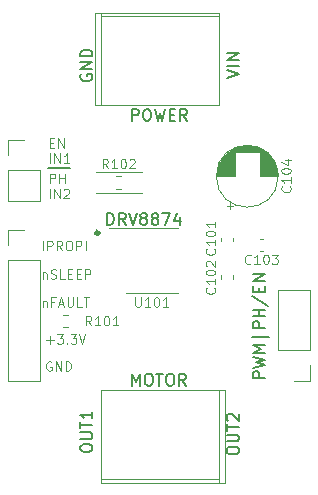
<source format=gbr>
%TF.GenerationSoftware,KiCad,Pcbnew,(7.0.0)*%
%TF.CreationDate,2023-05-21T11:30:13-07:00*%
%TF.ProjectId,DRV8874-breakout-board,44525638-3837-4342-9d62-7265616b6f75,rev?*%
%TF.SameCoordinates,Original*%
%TF.FileFunction,Legend,Top*%
%TF.FilePolarity,Positive*%
%FSLAX46Y46*%
G04 Gerber Fmt 4.6, Leading zero omitted, Abs format (unit mm)*
G04 Created by KiCad (PCBNEW (7.0.0)) date 2023-05-21 11:30:13*
%MOMM*%
%LPD*%
G01*
G04 APERTURE LIST*
%ADD10C,0.150000*%
%ADD11C,0.300000*%
%ADD12C,0.120000*%
%ADD13C,0.100000*%
G04 APERTURE END LIST*
D10*
X123000000Y-89000000D02*
X121100000Y-89000000D01*
D11*
X125450000Y-94450000D02*
G75*
G03*
X125450000Y-94450000I-150000J0D01*
G01*
D10*
X126138095Y-93782380D02*
X126138095Y-92782380D01*
X126138095Y-92782380D02*
X126376190Y-92782380D01*
X126376190Y-92782380D02*
X126519047Y-92830000D01*
X126519047Y-92830000D02*
X126614285Y-92925238D01*
X126614285Y-92925238D02*
X126661904Y-93020476D01*
X126661904Y-93020476D02*
X126709523Y-93210952D01*
X126709523Y-93210952D02*
X126709523Y-93353809D01*
X126709523Y-93353809D02*
X126661904Y-93544285D01*
X126661904Y-93544285D02*
X126614285Y-93639523D01*
X126614285Y-93639523D02*
X126519047Y-93734761D01*
X126519047Y-93734761D02*
X126376190Y-93782380D01*
X126376190Y-93782380D02*
X126138095Y-93782380D01*
X127709523Y-93782380D02*
X127376190Y-93306190D01*
X127138095Y-93782380D02*
X127138095Y-92782380D01*
X127138095Y-92782380D02*
X127519047Y-92782380D01*
X127519047Y-92782380D02*
X127614285Y-92830000D01*
X127614285Y-92830000D02*
X127661904Y-92877619D01*
X127661904Y-92877619D02*
X127709523Y-92972857D01*
X127709523Y-92972857D02*
X127709523Y-93115714D01*
X127709523Y-93115714D02*
X127661904Y-93210952D01*
X127661904Y-93210952D02*
X127614285Y-93258571D01*
X127614285Y-93258571D02*
X127519047Y-93306190D01*
X127519047Y-93306190D02*
X127138095Y-93306190D01*
X127995238Y-92782380D02*
X128328571Y-93782380D01*
X128328571Y-93782380D02*
X128661904Y-92782380D01*
X129138095Y-93210952D02*
X129042857Y-93163333D01*
X129042857Y-93163333D02*
X128995238Y-93115714D01*
X128995238Y-93115714D02*
X128947619Y-93020476D01*
X128947619Y-93020476D02*
X128947619Y-92972857D01*
X128947619Y-92972857D02*
X128995238Y-92877619D01*
X128995238Y-92877619D02*
X129042857Y-92830000D01*
X129042857Y-92830000D02*
X129138095Y-92782380D01*
X129138095Y-92782380D02*
X129328571Y-92782380D01*
X129328571Y-92782380D02*
X129423809Y-92830000D01*
X129423809Y-92830000D02*
X129471428Y-92877619D01*
X129471428Y-92877619D02*
X129519047Y-92972857D01*
X129519047Y-92972857D02*
X129519047Y-93020476D01*
X129519047Y-93020476D02*
X129471428Y-93115714D01*
X129471428Y-93115714D02*
X129423809Y-93163333D01*
X129423809Y-93163333D02*
X129328571Y-93210952D01*
X129328571Y-93210952D02*
X129138095Y-93210952D01*
X129138095Y-93210952D02*
X129042857Y-93258571D01*
X129042857Y-93258571D02*
X128995238Y-93306190D01*
X128995238Y-93306190D02*
X128947619Y-93401428D01*
X128947619Y-93401428D02*
X128947619Y-93591904D01*
X128947619Y-93591904D02*
X128995238Y-93687142D01*
X128995238Y-93687142D02*
X129042857Y-93734761D01*
X129042857Y-93734761D02*
X129138095Y-93782380D01*
X129138095Y-93782380D02*
X129328571Y-93782380D01*
X129328571Y-93782380D02*
X129423809Y-93734761D01*
X129423809Y-93734761D02*
X129471428Y-93687142D01*
X129471428Y-93687142D02*
X129519047Y-93591904D01*
X129519047Y-93591904D02*
X129519047Y-93401428D01*
X129519047Y-93401428D02*
X129471428Y-93306190D01*
X129471428Y-93306190D02*
X129423809Y-93258571D01*
X129423809Y-93258571D02*
X129328571Y-93210952D01*
X130090476Y-93210952D02*
X129995238Y-93163333D01*
X129995238Y-93163333D02*
X129947619Y-93115714D01*
X129947619Y-93115714D02*
X129900000Y-93020476D01*
X129900000Y-93020476D02*
X129900000Y-92972857D01*
X129900000Y-92972857D02*
X129947619Y-92877619D01*
X129947619Y-92877619D02*
X129995238Y-92830000D01*
X129995238Y-92830000D02*
X130090476Y-92782380D01*
X130090476Y-92782380D02*
X130280952Y-92782380D01*
X130280952Y-92782380D02*
X130376190Y-92830000D01*
X130376190Y-92830000D02*
X130423809Y-92877619D01*
X130423809Y-92877619D02*
X130471428Y-92972857D01*
X130471428Y-92972857D02*
X130471428Y-93020476D01*
X130471428Y-93020476D02*
X130423809Y-93115714D01*
X130423809Y-93115714D02*
X130376190Y-93163333D01*
X130376190Y-93163333D02*
X130280952Y-93210952D01*
X130280952Y-93210952D02*
X130090476Y-93210952D01*
X130090476Y-93210952D02*
X129995238Y-93258571D01*
X129995238Y-93258571D02*
X129947619Y-93306190D01*
X129947619Y-93306190D02*
X129900000Y-93401428D01*
X129900000Y-93401428D02*
X129900000Y-93591904D01*
X129900000Y-93591904D02*
X129947619Y-93687142D01*
X129947619Y-93687142D02*
X129995238Y-93734761D01*
X129995238Y-93734761D02*
X130090476Y-93782380D01*
X130090476Y-93782380D02*
X130280952Y-93782380D01*
X130280952Y-93782380D02*
X130376190Y-93734761D01*
X130376190Y-93734761D02*
X130423809Y-93687142D01*
X130423809Y-93687142D02*
X130471428Y-93591904D01*
X130471428Y-93591904D02*
X130471428Y-93401428D01*
X130471428Y-93401428D02*
X130423809Y-93306190D01*
X130423809Y-93306190D02*
X130376190Y-93258571D01*
X130376190Y-93258571D02*
X130280952Y-93210952D01*
X130804762Y-92782380D02*
X131471428Y-92782380D01*
X131471428Y-92782380D02*
X131042857Y-93782380D01*
X132280952Y-93115714D02*
X132280952Y-93782380D01*
X132042857Y-92734761D02*
X131804762Y-93449047D01*
X131804762Y-93449047D02*
X132423809Y-93449047D01*
D12*
X121409523Y-105364000D02*
X121333333Y-105325904D01*
X121333333Y-105325904D02*
X121219047Y-105325904D01*
X121219047Y-105325904D02*
X121104761Y-105364000D01*
X121104761Y-105364000D02*
X121028571Y-105440190D01*
X121028571Y-105440190D02*
X120990476Y-105516380D01*
X120990476Y-105516380D02*
X120952380Y-105668761D01*
X120952380Y-105668761D02*
X120952380Y-105783047D01*
X120952380Y-105783047D02*
X120990476Y-105935428D01*
X120990476Y-105935428D02*
X121028571Y-106011619D01*
X121028571Y-106011619D02*
X121104761Y-106087809D01*
X121104761Y-106087809D02*
X121219047Y-106125904D01*
X121219047Y-106125904D02*
X121295238Y-106125904D01*
X121295238Y-106125904D02*
X121409523Y-106087809D01*
X121409523Y-106087809D02*
X121447619Y-106049714D01*
X121447619Y-106049714D02*
X121447619Y-105783047D01*
X121447619Y-105783047D02*
X121295238Y-105783047D01*
X121790476Y-106125904D02*
X121790476Y-105325904D01*
X121790476Y-105325904D02*
X122247619Y-106125904D01*
X122247619Y-106125904D02*
X122247619Y-105325904D01*
X122628571Y-106125904D02*
X122628571Y-105325904D01*
X122628571Y-105325904D02*
X122819047Y-105325904D01*
X122819047Y-105325904D02*
X122933333Y-105364000D01*
X122933333Y-105364000D02*
X123009523Y-105440190D01*
X123009523Y-105440190D02*
X123047618Y-105516380D01*
X123047618Y-105516380D02*
X123085714Y-105668761D01*
X123085714Y-105668761D02*
X123085714Y-105783047D01*
X123085714Y-105783047D02*
X123047618Y-105935428D01*
X123047618Y-105935428D02*
X123009523Y-106011619D01*
X123009523Y-106011619D02*
X122933333Y-106087809D01*
X122933333Y-106087809D02*
X122819047Y-106125904D01*
X122819047Y-106125904D02*
X122628571Y-106125904D01*
D10*
X128238095Y-84982380D02*
X128238095Y-83982380D01*
X128238095Y-83982380D02*
X128619047Y-83982380D01*
X128619047Y-83982380D02*
X128714285Y-84030000D01*
X128714285Y-84030000D02*
X128761904Y-84077619D01*
X128761904Y-84077619D02*
X128809523Y-84172857D01*
X128809523Y-84172857D02*
X128809523Y-84315714D01*
X128809523Y-84315714D02*
X128761904Y-84410952D01*
X128761904Y-84410952D02*
X128714285Y-84458571D01*
X128714285Y-84458571D02*
X128619047Y-84506190D01*
X128619047Y-84506190D02*
X128238095Y-84506190D01*
X129428571Y-83982380D02*
X129619047Y-83982380D01*
X129619047Y-83982380D02*
X129714285Y-84030000D01*
X129714285Y-84030000D02*
X129809523Y-84125238D01*
X129809523Y-84125238D02*
X129857142Y-84315714D01*
X129857142Y-84315714D02*
X129857142Y-84649047D01*
X129857142Y-84649047D02*
X129809523Y-84839523D01*
X129809523Y-84839523D02*
X129714285Y-84934761D01*
X129714285Y-84934761D02*
X129619047Y-84982380D01*
X129619047Y-84982380D02*
X129428571Y-84982380D01*
X129428571Y-84982380D02*
X129333333Y-84934761D01*
X129333333Y-84934761D02*
X129238095Y-84839523D01*
X129238095Y-84839523D02*
X129190476Y-84649047D01*
X129190476Y-84649047D02*
X129190476Y-84315714D01*
X129190476Y-84315714D02*
X129238095Y-84125238D01*
X129238095Y-84125238D02*
X129333333Y-84030000D01*
X129333333Y-84030000D02*
X129428571Y-83982380D01*
X130190476Y-83982380D02*
X130428571Y-84982380D01*
X130428571Y-84982380D02*
X130619047Y-84268095D01*
X130619047Y-84268095D02*
X130809523Y-84982380D01*
X130809523Y-84982380D02*
X131047619Y-83982380D01*
X131428571Y-84458571D02*
X131761904Y-84458571D01*
X131904761Y-84982380D02*
X131428571Y-84982380D01*
X131428571Y-84982380D02*
X131428571Y-83982380D01*
X131428571Y-83982380D02*
X131904761Y-83982380D01*
X132904761Y-84982380D02*
X132571428Y-84506190D01*
X132333333Y-84982380D02*
X132333333Y-83982380D01*
X132333333Y-83982380D02*
X132714285Y-83982380D01*
X132714285Y-83982380D02*
X132809523Y-84030000D01*
X132809523Y-84030000D02*
X132857142Y-84077619D01*
X132857142Y-84077619D02*
X132904761Y-84172857D01*
X132904761Y-84172857D02*
X132904761Y-84315714D01*
X132904761Y-84315714D02*
X132857142Y-84410952D01*
X132857142Y-84410952D02*
X132809523Y-84458571D01*
X132809523Y-84458571D02*
X132714285Y-84506190D01*
X132714285Y-84506190D02*
X132333333Y-84506190D01*
X128238095Y-107382380D02*
X128238095Y-106382380D01*
X128238095Y-106382380D02*
X128571428Y-107096666D01*
X128571428Y-107096666D02*
X128904761Y-106382380D01*
X128904761Y-106382380D02*
X128904761Y-107382380D01*
X129571428Y-106382380D02*
X129761904Y-106382380D01*
X129761904Y-106382380D02*
X129857142Y-106430000D01*
X129857142Y-106430000D02*
X129952380Y-106525238D01*
X129952380Y-106525238D02*
X129999999Y-106715714D01*
X129999999Y-106715714D02*
X129999999Y-107049047D01*
X129999999Y-107049047D02*
X129952380Y-107239523D01*
X129952380Y-107239523D02*
X129857142Y-107334761D01*
X129857142Y-107334761D02*
X129761904Y-107382380D01*
X129761904Y-107382380D02*
X129571428Y-107382380D01*
X129571428Y-107382380D02*
X129476190Y-107334761D01*
X129476190Y-107334761D02*
X129380952Y-107239523D01*
X129380952Y-107239523D02*
X129333333Y-107049047D01*
X129333333Y-107049047D02*
X129333333Y-106715714D01*
X129333333Y-106715714D02*
X129380952Y-106525238D01*
X129380952Y-106525238D02*
X129476190Y-106430000D01*
X129476190Y-106430000D02*
X129571428Y-106382380D01*
X130285714Y-106382380D02*
X130857142Y-106382380D01*
X130571428Y-107382380D02*
X130571428Y-106382380D01*
X131380952Y-106382380D02*
X131571428Y-106382380D01*
X131571428Y-106382380D02*
X131666666Y-106430000D01*
X131666666Y-106430000D02*
X131761904Y-106525238D01*
X131761904Y-106525238D02*
X131809523Y-106715714D01*
X131809523Y-106715714D02*
X131809523Y-107049047D01*
X131809523Y-107049047D02*
X131761904Y-107239523D01*
X131761904Y-107239523D02*
X131666666Y-107334761D01*
X131666666Y-107334761D02*
X131571428Y-107382380D01*
X131571428Y-107382380D02*
X131380952Y-107382380D01*
X131380952Y-107382380D02*
X131285714Y-107334761D01*
X131285714Y-107334761D02*
X131190476Y-107239523D01*
X131190476Y-107239523D02*
X131142857Y-107049047D01*
X131142857Y-107049047D02*
X131142857Y-106715714D01*
X131142857Y-106715714D02*
X131190476Y-106525238D01*
X131190476Y-106525238D02*
X131285714Y-106430000D01*
X131285714Y-106430000D02*
X131380952Y-106382380D01*
X132809523Y-107382380D02*
X132476190Y-106906190D01*
X132238095Y-107382380D02*
X132238095Y-106382380D01*
X132238095Y-106382380D02*
X132619047Y-106382380D01*
X132619047Y-106382380D02*
X132714285Y-106430000D01*
X132714285Y-106430000D02*
X132761904Y-106477619D01*
X132761904Y-106477619D02*
X132809523Y-106572857D01*
X132809523Y-106572857D02*
X132809523Y-106715714D01*
X132809523Y-106715714D02*
X132761904Y-106810952D01*
X132761904Y-106810952D02*
X132714285Y-106858571D01*
X132714285Y-106858571D02*
X132619047Y-106906190D01*
X132619047Y-106906190D02*
X132238095Y-106906190D01*
X139482380Y-106761904D02*
X138482380Y-106761904D01*
X138482380Y-106761904D02*
X138482380Y-106380952D01*
X138482380Y-106380952D02*
X138530000Y-106285714D01*
X138530000Y-106285714D02*
X138577619Y-106238095D01*
X138577619Y-106238095D02*
X138672857Y-106190476D01*
X138672857Y-106190476D02*
X138815714Y-106190476D01*
X138815714Y-106190476D02*
X138910952Y-106238095D01*
X138910952Y-106238095D02*
X138958571Y-106285714D01*
X138958571Y-106285714D02*
X139006190Y-106380952D01*
X139006190Y-106380952D02*
X139006190Y-106761904D01*
X138482380Y-105857142D02*
X139482380Y-105619047D01*
X139482380Y-105619047D02*
X138768095Y-105428571D01*
X138768095Y-105428571D02*
X139482380Y-105238095D01*
X139482380Y-105238095D02*
X138482380Y-105000000D01*
X139482380Y-104619047D02*
X138482380Y-104619047D01*
X138482380Y-104619047D02*
X139196666Y-104285714D01*
X139196666Y-104285714D02*
X138482380Y-103952381D01*
X138482380Y-103952381D02*
X139482380Y-103952381D01*
X139815714Y-103238095D02*
X138387142Y-103238095D01*
X139482380Y-102523809D02*
X138482380Y-102523809D01*
X138482380Y-102523809D02*
X138482380Y-102142857D01*
X138482380Y-102142857D02*
X138530000Y-102047619D01*
X138530000Y-102047619D02*
X138577619Y-102000000D01*
X138577619Y-102000000D02*
X138672857Y-101952381D01*
X138672857Y-101952381D02*
X138815714Y-101952381D01*
X138815714Y-101952381D02*
X138910952Y-102000000D01*
X138910952Y-102000000D02*
X138958571Y-102047619D01*
X138958571Y-102047619D02*
X139006190Y-102142857D01*
X139006190Y-102142857D02*
X139006190Y-102523809D01*
X139482380Y-101523809D02*
X138482380Y-101523809D01*
X138958571Y-101523809D02*
X138958571Y-100952381D01*
X139482380Y-100952381D02*
X138482380Y-100952381D01*
X138434761Y-99761905D02*
X139720476Y-100619047D01*
X138958571Y-99428571D02*
X138958571Y-99095238D01*
X139482380Y-98952381D02*
X139482380Y-99428571D01*
X139482380Y-99428571D02*
X138482380Y-99428571D01*
X138482380Y-99428571D02*
X138482380Y-98952381D01*
X139482380Y-98523809D02*
X138482380Y-98523809D01*
X138482380Y-98523809D02*
X139482380Y-97952381D01*
X139482380Y-97952381D02*
X138482380Y-97952381D01*
X123930000Y-81038095D02*
X123882380Y-81133333D01*
X123882380Y-81133333D02*
X123882380Y-81276190D01*
X123882380Y-81276190D02*
X123930000Y-81419047D01*
X123930000Y-81419047D02*
X124025238Y-81514285D01*
X124025238Y-81514285D02*
X124120476Y-81561904D01*
X124120476Y-81561904D02*
X124310952Y-81609523D01*
X124310952Y-81609523D02*
X124453809Y-81609523D01*
X124453809Y-81609523D02*
X124644285Y-81561904D01*
X124644285Y-81561904D02*
X124739523Y-81514285D01*
X124739523Y-81514285D02*
X124834761Y-81419047D01*
X124834761Y-81419047D02*
X124882380Y-81276190D01*
X124882380Y-81276190D02*
X124882380Y-81180952D01*
X124882380Y-81180952D02*
X124834761Y-81038095D01*
X124834761Y-81038095D02*
X124787142Y-80990476D01*
X124787142Y-80990476D02*
X124453809Y-80990476D01*
X124453809Y-80990476D02*
X124453809Y-81180952D01*
X124882380Y-80561904D02*
X123882380Y-80561904D01*
X123882380Y-80561904D02*
X124882380Y-79990476D01*
X124882380Y-79990476D02*
X123882380Y-79990476D01*
X124882380Y-79514285D02*
X123882380Y-79514285D01*
X123882380Y-79514285D02*
X123882380Y-79276190D01*
X123882380Y-79276190D02*
X123930000Y-79133333D01*
X123930000Y-79133333D02*
X124025238Y-79038095D01*
X124025238Y-79038095D02*
X124120476Y-78990476D01*
X124120476Y-78990476D02*
X124310952Y-78942857D01*
X124310952Y-78942857D02*
X124453809Y-78942857D01*
X124453809Y-78942857D02*
X124644285Y-78990476D01*
X124644285Y-78990476D02*
X124739523Y-79038095D01*
X124739523Y-79038095D02*
X124834761Y-79133333D01*
X124834761Y-79133333D02*
X124882380Y-79276190D01*
X124882380Y-79276190D02*
X124882380Y-79514285D01*
D12*
X120690476Y-95925904D02*
X120690476Y-95125904D01*
X121071428Y-95925904D02*
X121071428Y-95125904D01*
X121071428Y-95125904D02*
X121376190Y-95125904D01*
X121376190Y-95125904D02*
X121452380Y-95164000D01*
X121452380Y-95164000D02*
X121490475Y-95202095D01*
X121490475Y-95202095D02*
X121528571Y-95278285D01*
X121528571Y-95278285D02*
X121528571Y-95392571D01*
X121528571Y-95392571D02*
X121490475Y-95468761D01*
X121490475Y-95468761D02*
X121452380Y-95506857D01*
X121452380Y-95506857D02*
X121376190Y-95544952D01*
X121376190Y-95544952D02*
X121071428Y-95544952D01*
X122328571Y-95925904D02*
X122061904Y-95544952D01*
X121871428Y-95925904D02*
X121871428Y-95125904D01*
X121871428Y-95125904D02*
X122176190Y-95125904D01*
X122176190Y-95125904D02*
X122252380Y-95164000D01*
X122252380Y-95164000D02*
X122290475Y-95202095D01*
X122290475Y-95202095D02*
X122328571Y-95278285D01*
X122328571Y-95278285D02*
X122328571Y-95392571D01*
X122328571Y-95392571D02*
X122290475Y-95468761D01*
X122290475Y-95468761D02*
X122252380Y-95506857D01*
X122252380Y-95506857D02*
X122176190Y-95544952D01*
X122176190Y-95544952D02*
X121871428Y-95544952D01*
X122823809Y-95125904D02*
X122976190Y-95125904D01*
X122976190Y-95125904D02*
X123052380Y-95164000D01*
X123052380Y-95164000D02*
X123128571Y-95240190D01*
X123128571Y-95240190D02*
X123166666Y-95392571D01*
X123166666Y-95392571D02*
X123166666Y-95659238D01*
X123166666Y-95659238D02*
X123128571Y-95811619D01*
X123128571Y-95811619D02*
X123052380Y-95887809D01*
X123052380Y-95887809D02*
X122976190Y-95925904D01*
X122976190Y-95925904D02*
X122823809Y-95925904D01*
X122823809Y-95925904D02*
X122747618Y-95887809D01*
X122747618Y-95887809D02*
X122671428Y-95811619D01*
X122671428Y-95811619D02*
X122633332Y-95659238D01*
X122633332Y-95659238D02*
X122633332Y-95392571D01*
X122633332Y-95392571D02*
X122671428Y-95240190D01*
X122671428Y-95240190D02*
X122747618Y-95164000D01*
X122747618Y-95164000D02*
X122823809Y-95125904D01*
X123509523Y-95925904D02*
X123509523Y-95125904D01*
X123509523Y-95125904D02*
X123814285Y-95125904D01*
X123814285Y-95125904D02*
X123890475Y-95164000D01*
X123890475Y-95164000D02*
X123928570Y-95202095D01*
X123928570Y-95202095D02*
X123966666Y-95278285D01*
X123966666Y-95278285D02*
X123966666Y-95392571D01*
X123966666Y-95392571D02*
X123928570Y-95468761D01*
X123928570Y-95468761D02*
X123890475Y-95506857D01*
X123890475Y-95506857D02*
X123814285Y-95544952D01*
X123814285Y-95544952D02*
X123509523Y-95544952D01*
X124309523Y-95925904D02*
X124309523Y-95125904D01*
X120690476Y-100192571D02*
X120690476Y-100725904D01*
X120690476Y-100268761D02*
X120728571Y-100230666D01*
X120728571Y-100230666D02*
X120804761Y-100192571D01*
X120804761Y-100192571D02*
X120919047Y-100192571D01*
X120919047Y-100192571D02*
X120995238Y-100230666D01*
X120995238Y-100230666D02*
X121033333Y-100306857D01*
X121033333Y-100306857D02*
X121033333Y-100725904D01*
X121680952Y-100306857D02*
X121414286Y-100306857D01*
X121414286Y-100725904D02*
X121414286Y-99925904D01*
X121414286Y-99925904D02*
X121795238Y-99925904D01*
X122061904Y-100497333D02*
X122442857Y-100497333D01*
X121985714Y-100725904D02*
X122252381Y-99925904D01*
X122252381Y-99925904D02*
X122519047Y-100725904D01*
X122785714Y-99925904D02*
X122785714Y-100573523D01*
X122785714Y-100573523D02*
X122823809Y-100649714D01*
X122823809Y-100649714D02*
X122861904Y-100687809D01*
X122861904Y-100687809D02*
X122938095Y-100725904D01*
X122938095Y-100725904D02*
X123090476Y-100725904D01*
X123090476Y-100725904D02*
X123166666Y-100687809D01*
X123166666Y-100687809D02*
X123204761Y-100649714D01*
X123204761Y-100649714D02*
X123242857Y-100573523D01*
X123242857Y-100573523D02*
X123242857Y-99925904D01*
X124004761Y-100725904D02*
X123623809Y-100725904D01*
X123623809Y-100725904D02*
X123623809Y-99925904D01*
X124157142Y-99925904D02*
X124614285Y-99925904D01*
X124385713Y-100725904D02*
X124385713Y-99925904D01*
D10*
X136282380Y-112971428D02*
X136282380Y-112780952D01*
X136282380Y-112780952D02*
X136330000Y-112685714D01*
X136330000Y-112685714D02*
X136425238Y-112590476D01*
X136425238Y-112590476D02*
X136615714Y-112542857D01*
X136615714Y-112542857D02*
X136949047Y-112542857D01*
X136949047Y-112542857D02*
X137139523Y-112590476D01*
X137139523Y-112590476D02*
X137234761Y-112685714D01*
X137234761Y-112685714D02*
X137282380Y-112780952D01*
X137282380Y-112780952D02*
X137282380Y-112971428D01*
X137282380Y-112971428D02*
X137234761Y-113066666D01*
X137234761Y-113066666D02*
X137139523Y-113161904D01*
X137139523Y-113161904D02*
X136949047Y-113209523D01*
X136949047Y-113209523D02*
X136615714Y-113209523D01*
X136615714Y-113209523D02*
X136425238Y-113161904D01*
X136425238Y-113161904D02*
X136330000Y-113066666D01*
X136330000Y-113066666D02*
X136282380Y-112971428D01*
X136282380Y-112114285D02*
X137091904Y-112114285D01*
X137091904Y-112114285D02*
X137187142Y-112066666D01*
X137187142Y-112066666D02*
X137234761Y-112019047D01*
X137234761Y-112019047D02*
X137282380Y-111923809D01*
X137282380Y-111923809D02*
X137282380Y-111733333D01*
X137282380Y-111733333D02*
X137234761Y-111638095D01*
X137234761Y-111638095D02*
X137187142Y-111590476D01*
X137187142Y-111590476D02*
X137091904Y-111542857D01*
X137091904Y-111542857D02*
X136282380Y-111542857D01*
X136282380Y-111209523D02*
X136282380Y-110638095D01*
X137282380Y-110923809D02*
X136282380Y-110923809D01*
X136377619Y-110352380D02*
X136330000Y-110304761D01*
X136330000Y-110304761D02*
X136282380Y-110209523D01*
X136282380Y-110209523D02*
X136282380Y-109971428D01*
X136282380Y-109971428D02*
X136330000Y-109876190D01*
X136330000Y-109876190D02*
X136377619Y-109828571D01*
X136377619Y-109828571D02*
X136472857Y-109780952D01*
X136472857Y-109780952D02*
X136568095Y-109780952D01*
X136568095Y-109780952D02*
X136710952Y-109828571D01*
X136710952Y-109828571D02*
X137282380Y-110399999D01*
X137282380Y-110399999D02*
X137282380Y-109780952D01*
D12*
X121290476Y-86810857D02*
X121557142Y-86810857D01*
X121671428Y-87229904D02*
X121290476Y-87229904D01*
X121290476Y-87229904D02*
X121290476Y-86429904D01*
X121290476Y-86429904D02*
X121671428Y-86429904D01*
X122014286Y-87229904D02*
X122014286Y-86429904D01*
X122014286Y-86429904D02*
X122471429Y-87229904D01*
X122471429Y-87229904D02*
X122471429Y-86429904D01*
X121290476Y-88525904D02*
X121290476Y-87725904D01*
X121671428Y-88525904D02*
X121671428Y-87725904D01*
X121671428Y-87725904D02*
X122128571Y-88525904D01*
X122128571Y-88525904D02*
X122128571Y-87725904D01*
X122928570Y-88525904D02*
X122471427Y-88525904D01*
X122699999Y-88525904D02*
X122699999Y-87725904D01*
X122699999Y-87725904D02*
X122623808Y-87840190D01*
X122623808Y-87840190D02*
X122547618Y-87916380D01*
X122547618Y-87916380D02*
X122471427Y-87954476D01*
X120690476Y-97792571D02*
X120690476Y-98325904D01*
X120690476Y-97868761D02*
X120728571Y-97830666D01*
X120728571Y-97830666D02*
X120804761Y-97792571D01*
X120804761Y-97792571D02*
X120919047Y-97792571D01*
X120919047Y-97792571D02*
X120995238Y-97830666D01*
X120995238Y-97830666D02*
X121033333Y-97906857D01*
X121033333Y-97906857D02*
X121033333Y-98325904D01*
X121376190Y-98287809D02*
X121490476Y-98325904D01*
X121490476Y-98325904D02*
X121680952Y-98325904D01*
X121680952Y-98325904D02*
X121757143Y-98287809D01*
X121757143Y-98287809D02*
X121795238Y-98249714D01*
X121795238Y-98249714D02*
X121833333Y-98173523D01*
X121833333Y-98173523D02*
X121833333Y-98097333D01*
X121833333Y-98097333D02*
X121795238Y-98021142D01*
X121795238Y-98021142D02*
X121757143Y-97983047D01*
X121757143Y-97983047D02*
X121680952Y-97944952D01*
X121680952Y-97944952D02*
X121528571Y-97906857D01*
X121528571Y-97906857D02*
X121452381Y-97868761D01*
X121452381Y-97868761D02*
X121414286Y-97830666D01*
X121414286Y-97830666D02*
X121376190Y-97754476D01*
X121376190Y-97754476D02*
X121376190Y-97678285D01*
X121376190Y-97678285D02*
X121414286Y-97602095D01*
X121414286Y-97602095D02*
X121452381Y-97564000D01*
X121452381Y-97564000D02*
X121528571Y-97525904D01*
X121528571Y-97525904D02*
X121719048Y-97525904D01*
X121719048Y-97525904D02*
X121833333Y-97564000D01*
X122557143Y-98325904D02*
X122176191Y-98325904D01*
X122176191Y-98325904D02*
X122176191Y-97525904D01*
X122823810Y-97906857D02*
X123090476Y-97906857D01*
X123204762Y-98325904D02*
X122823810Y-98325904D01*
X122823810Y-98325904D02*
X122823810Y-97525904D01*
X122823810Y-97525904D02*
X123204762Y-97525904D01*
X123547620Y-97906857D02*
X123814286Y-97906857D01*
X123928572Y-98325904D02*
X123547620Y-98325904D01*
X123547620Y-98325904D02*
X123547620Y-97525904D01*
X123547620Y-97525904D02*
X123928572Y-97525904D01*
X124271430Y-98325904D02*
X124271430Y-97525904D01*
X124271430Y-97525904D02*
X124576192Y-97525904D01*
X124576192Y-97525904D02*
X124652382Y-97564000D01*
X124652382Y-97564000D02*
X124690477Y-97602095D01*
X124690477Y-97602095D02*
X124728573Y-97678285D01*
X124728573Y-97678285D02*
X124728573Y-97792571D01*
X124728573Y-97792571D02*
X124690477Y-97868761D01*
X124690477Y-97868761D02*
X124652382Y-97906857D01*
X124652382Y-97906857D02*
X124576192Y-97944952D01*
X124576192Y-97944952D02*
X124271430Y-97944952D01*
X120990476Y-103521142D02*
X121600000Y-103521142D01*
X121295238Y-103825904D02*
X121295238Y-103216380D01*
X121904761Y-103025904D02*
X122399999Y-103025904D01*
X122399999Y-103025904D02*
X122133333Y-103330666D01*
X122133333Y-103330666D02*
X122247618Y-103330666D01*
X122247618Y-103330666D02*
X122323809Y-103368761D01*
X122323809Y-103368761D02*
X122361904Y-103406857D01*
X122361904Y-103406857D02*
X122399999Y-103483047D01*
X122399999Y-103483047D02*
X122399999Y-103673523D01*
X122399999Y-103673523D02*
X122361904Y-103749714D01*
X122361904Y-103749714D02*
X122323809Y-103787809D01*
X122323809Y-103787809D02*
X122247618Y-103825904D01*
X122247618Y-103825904D02*
X122019047Y-103825904D01*
X122019047Y-103825904D02*
X121942856Y-103787809D01*
X121942856Y-103787809D02*
X121904761Y-103749714D01*
X122742857Y-103749714D02*
X122780952Y-103787809D01*
X122780952Y-103787809D02*
X122742857Y-103825904D01*
X122742857Y-103825904D02*
X122704761Y-103787809D01*
X122704761Y-103787809D02*
X122742857Y-103749714D01*
X122742857Y-103749714D02*
X122742857Y-103825904D01*
X123047618Y-103025904D02*
X123542856Y-103025904D01*
X123542856Y-103025904D02*
X123276190Y-103330666D01*
X123276190Y-103330666D02*
X123390475Y-103330666D01*
X123390475Y-103330666D02*
X123466666Y-103368761D01*
X123466666Y-103368761D02*
X123504761Y-103406857D01*
X123504761Y-103406857D02*
X123542856Y-103483047D01*
X123542856Y-103483047D02*
X123542856Y-103673523D01*
X123542856Y-103673523D02*
X123504761Y-103749714D01*
X123504761Y-103749714D02*
X123466666Y-103787809D01*
X123466666Y-103787809D02*
X123390475Y-103825904D01*
X123390475Y-103825904D02*
X123161904Y-103825904D01*
X123161904Y-103825904D02*
X123085713Y-103787809D01*
X123085713Y-103787809D02*
X123047618Y-103749714D01*
X123771428Y-103025904D02*
X124038095Y-103825904D01*
X124038095Y-103825904D02*
X124304761Y-103025904D01*
D10*
X136282380Y-81304761D02*
X137282380Y-80971428D01*
X137282380Y-80971428D02*
X136282380Y-80638095D01*
X137282380Y-80304761D02*
X136282380Y-80304761D01*
X137282380Y-79828571D02*
X136282380Y-79828571D01*
X136282380Y-79828571D02*
X137282380Y-79257143D01*
X137282380Y-79257143D02*
X136282380Y-79257143D01*
D12*
X121290476Y-90229904D02*
X121290476Y-89429904D01*
X121290476Y-89429904D02*
X121595238Y-89429904D01*
X121595238Y-89429904D02*
X121671428Y-89468000D01*
X121671428Y-89468000D02*
X121709523Y-89506095D01*
X121709523Y-89506095D02*
X121747619Y-89582285D01*
X121747619Y-89582285D02*
X121747619Y-89696571D01*
X121747619Y-89696571D02*
X121709523Y-89772761D01*
X121709523Y-89772761D02*
X121671428Y-89810857D01*
X121671428Y-89810857D02*
X121595238Y-89848952D01*
X121595238Y-89848952D02*
X121290476Y-89848952D01*
X122090476Y-90229904D02*
X122090476Y-89429904D01*
X122090476Y-89810857D02*
X122547619Y-89810857D01*
X122547619Y-90229904D02*
X122547619Y-89429904D01*
X121290476Y-91525904D02*
X121290476Y-90725904D01*
X121671428Y-91525904D02*
X121671428Y-90725904D01*
X121671428Y-90725904D02*
X122128571Y-91525904D01*
X122128571Y-91525904D02*
X122128571Y-90725904D01*
X122471427Y-90802095D02*
X122509523Y-90764000D01*
X122509523Y-90764000D02*
X122585713Y-90725904D01*
X122585713Y-90725904D02*
X122776189Y-90725904D01*
X122776189Y-90725904D02*
X122852380Y-90764000D01*
X122852380Y-90764000D02*
X122890475Y-90802095D01*
X122890475Y-90802095D02*
X122928570Y-90878285D01*
X122928570Y-90878285D02*
X122928570Y-90954476D01*
X122928570Y-90954476D02*
X122890475Y-91068761D01*
X122890475Y-91068761D02*
X122433332Y-91525904D01*
X122433332Y-91525904D02*
X122928570Y-91525904D01*
D10*
X123882380Y-112771428D02*
X123882380Y-112580952D01*
X123882380Y-112580952D02*
X123930000Y-112485714D01*
X123930000Y-112485714D02*
X124025238Y-112390476D01*
X124025238Y-112390476D02*
X124215714Y-112342857D01*
X124215714Y-112342857D02*
X124549047Y-112342857D01*
X124549047Y-112342857D02*
X124739523Y-112390476D01*
X124739523Y-112390476D02*
X124834761Y-112485714D01*
X124834761Y-112485714D02*
X124882380Y-112580952D01*
X124882380Y-112580952D02*
X124882380Y-112771428D01*
X124882380Y-112771428D02*
X124834761Y-112866666D01*
X124834761Y-112866666D02*
X124739523Y-112961904D01*
X124739523Y-112961904D02*
X124549047Y-113009523D01*
X124549047Y-113009523D02*
X124215714Y-113009523D01*
X124215714Y-113009523D02*
X124025238Y-112961904D01*
X124025238Y-112961904D02*
X123930000Y-112866666D01*
X123930000Y-112866666D02*
X123882380Y-112771428D01*
X123882380Y-111914285D02*
X124691904Y-111914285D01*
X124691904Y-111914285D02*
X124787142Y-111866666D01*
X124787142Y-111866666D02*
X124834761Y-111819047D01*
X124834761Y-111819047D02*
X124882380Y-111723809D01*
X124882380Y-111723809D02*
X124882380Y-111533333D01*
X124882380Y-111533333D02*
X124834761Y-111438095D01*
X124834761Y-111438095D02*
X124787142Y-111390476D01*
X124787142Y-111390476D02*
X124691904Y-111342857D01*
X124691904Y-111342857D02*
X123882380Y-111342857D01*
X123882380Y-111009523D02*
X123882380Y-110438095D01*
X124882380Y-110723809D02*
X123882380Y-110723809D01*
X124882380Y-109580952D02*
X124882380Y-110152380D01*
X124882380Y-109866666D02*
X123882380Y-109866666D01*
X123882380Y-109866666D02*
X124025238Y-109961904D01*
X124025238Y-109961904D02*
X124120476Y-110057142D01*
X124120476Y-110057142D02*
X124168095Y-110152380D01*
D12*
%TO.C,U101*%
X128528571Y-99893904D02*
X128528571Y-100541523D01*
X128528571Y-100541523D02*
X128566666Y-100617714D01*
X128566666Y-100617714D02*
X128604761Y-100655809D01*
X128604761Y-100655809D02*
X128680952Y-100693904D01*
X128680952Y-100693904D02*
X128833333Y-100693904D01*
X128833333Y-100693904D02*
X128909523Y-100655809D01*
X128909523Y-100655809D02*
X128947618Y-100617714D01*
X128947618Y-100617714D02*
X128985714Y-100541523D01*
X128985714Y-100541523D02*
X128985714Y-99893904D01*
X129785713Y-100693904D02*
X129328570Y-100693904D01*
X129557142Y-100693904D02*
X129557142Y-99893904D01*
X129557142Y-99893904D02*
X129480951Y-100008190D01*
X129480951Y-100008190D02*
X129404761Y-100084380D01*
X129404761Y-100084380D02*
X129328570Y-100122476D01*
X130280952Y-99893904D02*
X130357142Y-99893904D01*
X130357142Y-99893904D02*
X130433333Y-99932000D01*
X130433333Y-99932000D02*
X130471428Y-99970095D01*
X130471428Y-99970095D02*
X130509523Y-100046285D01*
X130509523Y-100046285D02*
X130547618Y-100198666D01*
X130547618Y-100198666D02*
X130547618Y-100389142D01*
X130547618Y-100389142D02*
X130509523Y-100541523D01*
X130509523Y-100541523D02*
X130471428Y-100617714D01*
X130471428Y-100617714D02*
X130433333Y-100655809D01*
X130433333Y-100655809D02*
X130357142Y-100693904D01*
X130357142Y-100693904D02*
X130280952Y-100693904D01*
X130280952Y-100693904D02*
X130204761Y-100655809D01*
X130204761Y-100655809D02*
X130166666Y-100617714D01*
X130166666Y-100617714D02*
X130128571Y-100541523D01*
X130128571Y-100541523D02*
X130090475Y-100389142D01*
X130090475Y-100389142D02*
X130090475Y-100198666D01*
X130090475Y-100198666D02*
X130128571Y-100046285D01*
X130128571Y-100046285D02*
X130166666Y-99970095D01*
X130166666Y-99970095D02*
X130204761Y-99932000D01*
X130204761Y-99932000D02*
X130280952Y-99893904D01*
X131309523Y-100693904D02*
X130852380Y-100693904D01*
X131080952Y-100693904D02*
X131080952Y-99893904D01*
X131080952Y-99893904D02*
X131004761Y-100008190D01*
X131004761Y-100008190D02*
X130928571Y-100084380D01*
X130928571Y-100084380D02*
X130852380Y-100122476D01*
%TO.C,C101*%
X135217714Y-95795237D02*
X135255809Y-95833333D01*
X135255809Y-95833333D02*
X135293904Y-95947618D01*
X135293904Y-95947618D02*
X135293904Y-96023809D01*
X135293904Y-96023809D02*
X135255809Y-96138095D01*
X135255809Y-96138095D02*
X135179619Y-96214285D01*
X135179619Y-96214285D02*
X135103428Y-96252380D01*
X135103428Y-96252380D02*
X134951047Y-96290476D01*
X134951047Y-96290476D02*
X134836761Y-96290476D01*
X134836761Y-96290476D02*
X134684380Y-96252380D01*
X134684380Y-96252380D02*
X134608190Y-96214285D01*
X134608190Y-96214285D02*
X134532000Y-96138095D01*
X134532000Y-96138095D02*
X134493904Y-96023809D01*
X134493904Y-96023809D02*
X134493904Y-95947618D01*
X134493904Y-95947618D02*
X134532000Y-95833333D01*
X134532000Y-95833333D02*
X134570095Y-95795237D01*
X135293904Y-95033333D02*
X135293904Y-95490476D01*
X135293904Y-95261904D02*
X134493904Y-95261904D01*
X134493904Y-95261904D02*
X134608190Y-95338095D01*
X134608190Y-95338095D02*
X134684380Y-95414285D01*
X134684380Y-95414285D02*
X134722476Y-95490476D01*
X134493904Y-94538094D02*
X134493904Y-94461904D01*
X134493904Y-94461904D02*
X134532000Y-94385713D01*
X134532000Y-94385713D02*
X134570095Y-94347618D01*
X134570095Y-94347618D02*
X134646285Y-94309523D01*
X134646285Y-94309523D02*
X134798666Y-94271428D01*
X134798666Y-94271428D02*
X134989142Y-94271428D01*
X134989142Y-94271428D02*
X135141523Y-94309523D01*
X135141523Y-94309523D02*
X135217714Y-94347618D01*
X135217714Y-94347618D02*
X135255809Y-94385713D01*
X135255809Y-94385713D02*
X135293904Y-94461904D01*
X135293904Y-94461904D02*
X135293904Y-94538094D01*
X135293904Y-94538094D02*
X135255809Y-94614285D01*
X135255809Y-94614285D02*
X135217714Y-94652380D01*
X135217714Y-94652380D02*
X135141523Y-94690475D01*
X135141523Y-94690475D02*
X134989142Y-94728571D01*
X134989142Y-94728571D02*
X134798666Y-94728571D01*
X134798666Y-94728571D02*
X134646285Y-94690475D01*
X134646285Y-94690475D02*
X134570095Y-94652380D01*
X134570095Y-94652380D02*
X134532000Y-94614285D01*
X134532000Y-94614285D02*
X134493904Y-94538094D01*
X135293904Y-93509523D02*
X135293904Y-93966666D01*
X135293904Y-93738094D02*
X134493904Y-93738094D01*
X134493904Y-93738094D02*
X134608190Y-93814285D01*
X134608190Y-93814285D02*
X134684380Y-93890475D01*
X134684380Y-93890475D02*
X134722476Y-93966666D01*
%TO.C,C104*%
X141617714Y-90495237D02*
X141655809Y-90533333D01*
X141655809Y-90533333D02*
X141693904Y-90647618D01*
X141693904Y-90647618D02*
X141693904Y-90723809D01*
X141693904Y-90723809D02*
X141655809Y-90838095D01*
X141655809Y-90838095D02*
X141579619Y-90914285D01*
X141579619Y-90914285D02*
X141503428Y-90952380D01*
X141503428Y-90952380D02*
X141351047Y-90990476D01*
X141351047Y-90990476D02*
X141236761Y-90990476D01*
X141236761Y-90990476D02*
X141084380Y-90952380D01*
X141084380Y-90952380D02*
X141008190Y-90914285D01*
X141008190Y-90914285D02*
X140932000Y-90838095D01*
X140932000Y-90838095D02*
X140893904Y-90723809D01*
X140893904Y-90723809D02*
X140893904Y-90647618D01*
X140893904Y-90647618D02*
X140932000Y-90533333D01*
X140932000Y-90533333D02*
X140970095Y-90495237D01*
X141693904Y-89733333D02*
X141693904Y-90190476D01*
X141693904Y-89961904D02*
X140893904Y-89961904D01*
X140893904Y-89961904D02*
X141008190Y-90038095D01*
X141008190Y-90038095D02*
X141084380Y-90114285D01*
X141084380Y-90114285D02*
X141122476Y-90190476D01*
X140893904Y-89238094D02*
X140893904Y-89161904D01*
X140893904Y-89161904D02*
X140932000Y-89085713D01*
X140932000Y-89085713D02*
X140970095Y-89047618D01*
X140970095Y-89047618D02*
X141046285Y-89009523D01*
X141046285Y-89009523D02*
X141198666Y-88971428D01*
X141198666Y-88971428D02*
X141389142Y-88971428D01*
X141389142Y-88971428D02*
X141541523Y-89009523D01*
X141541523Y-89009523D02*
X141617714Y-89047618D01*
X141617714Y-89047618D02*
X141655809Y-89085713D01*
X141655809Y-89085713D02*
X141693904Y-89161904D01*
X141693904Y-89161904D02*
X141693904Y-89238094D01*
X141693904Y-89238094D02*
X141655809Y-89314285D01*
X141655809Y-89314285D02*
X141617714Y-89352380D01*
X141617714Y-89352380D02*
X141541523Y-89390475D01*
X141541523Y-89390475D02*
X141389142Y-89428571D01*
X141389142Y-89428571D02*
X141198666Y-89428571D01*
X141198666Y-89428571D02*
X141046285Y-89390475D01*
X141046285Y-89390475D02*
X140970095Y-89352380D01*
X140970095Y-89352380D02*
X140932000Y-89314285D01*
X140932000Y-89314285D02*
X140893904Y-89238094D01*
X141160571Y-88285713D02*
X141693904Y-88285713D01*
X140855809Y-88476189D02*
X141427238Y-88666666D01*
X141427238Y-88666666D02*
X141427238Y-88171427D01*
%TO.C,C102*%
X135217714Y-99095237D02*
X135255809Y-99133333D01*
X135255809Y-99133333D02*
X135293904Y-99247618D01*
X135293904Y-99247618D02*
X135293904Y-99323809D01*
X135293904Y-99323809D02*
X135255809Y-99438095D01*
X135255809Y-99438095D02*
X135179619Y-99514285D01*
X135179619Y-99514285D02*
X135103428Y-99552380D01*
X135103428Y-99552380D02*
X134951047Y-99590476D01*
X134951047Y-99590476D02*
X134836761Y-99590476D01*
X134836761Y-99590476D02*
X134684380Y-99552380D01*
X134684380Y-99552380D02*
X134608190Y-99514285D01*
X134608190Y-99514285D02*
X134532000Y-99438095D01*
X134532000Y-99438095D02*
X134493904Y-99323809D01*
X134493904Y-99323809D02*
X134493904Y-99247618D01*
X134493904Y-99247618D02*
X134532000Y-99133333D01*
X134532000Y-99133333D02*
X134570095Y-99095237D01*
X135293904Y-98333333D02*
X135293904Y-98790476D01*
X135293904Y-98561904D02*
X134493904Y-98561904D01*
X134493904Y-98561904D02*
X134608190Y-98638095D01*
X134608190Y-98638095D02*
X134684380Y-98714285D01*
X134684380Y-98714285D02*
X134722476Y-98790476D01*
X134493904Y-97838094D02*
X134493904Y-97761904D01*
X134493904Y-97761904D02*
X134532000Y-97685713D01*
X134532000Y-97685713D02*
X134570095Y-97647618D01*
X134570095Y-97647618D02*
X134646285Y-97609523D01*
X134646285Y-97609523D02*
X134798666Y-97571428D01*
X134798666Y-97571428D02*
X134989142Y-97571428D01*
X134989142Y-97571428D02*
X135141523Y-97609523D01*
X135141523Y-97609523D02*
X135217714Y-97647618D01*
X135217714Y-97647618D02*
X135255809Y-97685713D01*
X135255809Y-97685713D02*
X135293904Y-97761904D01*
X135293904Y-97761904D02*
X135293904Y-97838094D01*
X135293904Y-97838094D02*
X135255809Y-97914285D01*
X135255809Y-97914285D02*
X135217714Y-97952380D01*
X135217714Y-97952380D02*
X135141523Y-97990475D01*
X135141523Y-97990475D02*
X134989142Y-98028571D01*
X134989142Y-98028571D02*
X134798666Y-98028571D01*
X134798666Y-98028571D02*
X134646285Y-97990475D01*
X134646285Y-97990475D02*
X134570095Y-97952380D01*
X134570095Y-97952380D02*
X134532000Y-97914285D01*
X134532000Y-97914285D02*
X134493904Y-97838094D01*
X134570095Y-97266666D02*
X134532000Y-97228570D01*
X134532000Y-97228570D02*
X134493904Y-97152380D01*
X134493904Y-97152380D02*
X134493904Y-96961904D01*
X134493904Y-96961904D02*
X134532000Y-96885713D01*
X134532000Y-96885713D02*
X134570095Y-96847618D01*
X134570095Y-96847618D02*
X134646285Y-96809523D01*
X134646285Y-96809523D02*
X134722476Y-96809523D01*
X134722476Y-96809523D02*
X134836761Y-96847618D01*
X134836761Y-96847618D02*
X135293904Y-97304761D01*
X135293904Y-97304761D02*
X135293904Y-96809523D01*
%TO.C,R101*%
X124804762Y-102293904D02*
X124538095Y-101912952D01*
X124347619Y-102293904D02*
X124347619Y-101493904D01*
X124347619Y-101493904D02*
X124652381Y-101493904D01*
X124652381Y-101493904D02*
X124728571Y-101532000D01*
X124728571Y-101532000D02*
X124766666Y-101570095D01*
X124766666Y-101570095D02*
X124804762Y-101646285D01*
X124804762Y-101646285D02*
X124804762Y-101760571D01*
X124804762Y-101760571D02*
X124766666Y-101836761D01*
X124766666Y-101836761D02*
X124728571Y-101874857D01*
X124728571Y-101874857D02*
X124652381Y-101912952D01*
X124652381Y-101912952D02*
X124347619Y-101912952D01*
X125566666Y-102293904D02*
X125109523Y-102293904D01*
X125338095Y-102293904D02*
X125338095Y-101493904D01*
X125338095Y-101493904D02*
X125261904Y-101608190D01*
X125261904Y-101608190D02*
X125185714Y-101684380D01*
X125185714Y-101684380D02*
X125109523Y-101722476D01*
X126061905Y-101493904D02*
X126138095Y-101493904D01*
X126138095Y-101493904D02*
X126214286Y-101532000D01*
X126214286Y-101532000D02*
X126252381Y-101570095D01*
X126252381Y-101570095D02*
X126290476Y-101646285D01*
X126290476Y-101646285D02*
X126328571Y-101798666D01*
X126328571Y-101798666D02*
X126328571Y-101989142D01*
X126328571Y-101989142D02*
X126290476Y-102141523D01*
X126290476Y-102141523D02*
X126252381Y-102217714D01*
X126252381Y-102217714D02*
X126214286Y-102255809D01*
X126214286Y-102255809D02*
X126138095Y-102293904D01*
X126138095Y-102293904D02*
X126061905Y-102293904D01*
X126061905Y-102293904D02*
X125985714Y-102255809D01*
X125985714Y-102255809D02*
X125947619Y-102217714D01*
X125947619Y-102217714D02*
X125909524Y-102141523D01*
X125909524Y-102141523D02*
X125871428Y-101989142D01*
X125871428Y-101989142D02*
X125871428Y-101798666D01*
X125871428Y-101798666D02*
X125909524Y-101646285D01*
X125909524Y-101646285D02*
X125947619Y-101570095D01*
X125947619Y-101570095D02*
X125985714Y-101532000D01*
X125985714Y-101532000D02*
X126061905Y-101493904D01*
X127090476Y-102293904D02*
X126633333Y-102293904D01*
X126861905Y-102293904D02*
X126861905Y-101493904D01*
X126861905Y-101493904D02*
X126785714Y-101608190D01*
X126785714Y-101608190D02*
X126709524Y-101684380D01*
X126709524Y-101684380D02*
X126633333Y-101722476D01*
%TO.C,C103*%
X138304762Y-97017714D02*
X138266666Y-97055809D01*
X138266666Y-97055809D02*
X138152381Y-97093904D01*
X138152381Y-97093904D02*
X138076190Y-97093904D01*
X138076190Y-97093904D02*
X137961904Y-97055809D01*
X137961904Y-97055809D02*
X137885714Y-96979619D01*
X137885714Y-96979619D02*
X137847619Y-96903428D01*
X137847619Y-96903428D02*
X137809523Y-96751047D01*
X137809523Y-96751047D02*
X137809523Y-96636761D01*
X137809523Y-96636761D02*
X137847619Y-96484380D01*
X137847619Y-96484380D02*
X137885714Y-96408190D01*
X137885714Y-96408190D02*
X137961904Y-96332000D01*
X137961904Y-96332000D02*
X138076190Y-96293904D01*
X138076190Y-96293904D02*
X138152381Y-96293904D01*
X138152381Y-96293904D02*
X138266666Y-96332000D01*
X138266666Y-96332000D02*
X138304762Y-96370095D01*
X139066666Y-97093904D02*
X138609523Y-97093904D01*
X138838095Y-97093904D02*
X138838095Y-96293904D01*
X138838095Y-96293904D02*
X138761904Y-96408190D01*
X138761904Y-96408190D02*
X138685714Y-96484380D01*
X138685714Y-96484380D02*
X138609523Y-96522476D01*
X139561905Y-96293904D02*
X139638095Y-96293904D01*
X139638095Y-96293904D02*
X139714286Y-96332000D01*
X139714286Y-96332000D02*
X139752381Y-96370095D01*
X139752381Y-96370095D02*
X139790476Y-96446285D01*
X139790476Y-96446285D02*
X139828571Y-96598666D01*
X139828571Y-96598666D02*
X139828571Y-96789142D01*
X139828571Y-96789142D02*
X139790476Y-96941523D01*
X139790476Y-96941523D02*
X139752381Y-97017714D01*
X139752381Y-97017714D02*
X139714286Y-97055809D01*
X139714286Y-97055809D02*
X139638095Y-97093904D01*
X139638095Y-97093904D02*
X139561905Y-97093904D01*
X139561905Y-97093904D02*
X139485714Y-97055809D01*
X139485714Y-97055809D02*
X139447619Y-97017714D01*
X139447619Y-97017714D02*
X139409524Y-96941523D01*
X139409524Y-96941523D02*
X139371428Y-96789142D01*
X139371428Y-96789142D02*
X139371428Y-96598666D01*
X139371428Y-96598666D02*
X139409524Y-96446285D01*
X139409524Y-96446285D02*
X139447619Y-96370095D01*
X139447619Y-96370095D02*
X139485714Y-96332000D01*
X139485714Y-96332000D02*
X139561905Y-96293904D01*
X140095238Y-96293904D02*
X140590476Y-96293904D01*
X140590476Y-96293904D02*
X140323810Y-96598666D01*
X140323810Y-96598666D02*
X140438095Y-96598666D01*
X140438095Y-96598666D02*
X140514286Y-96636761D01*
X140514286Y-96636761D02*
X140552381Y-96674857D01*
X140552381Y-96674857D02*
X140590476Y-96751047D01*
X140590476Y-96751047D02*
X140590476Y-96941523D01*
X140590476Y-96941523D02*
X140552381Y-97017714D01*
X140552381Y-97017714D02*
X140514286Y-97055809D01*
X140514286Y-97055809D02*
X140438095Y-97093904D01*
X140438095Y-97093904D02*
X140209524Y-97093904D01*
X140209524Y-97093904D02*
X140133333Y-97055809D01*
X140133333Y-97055809D02*
X140095238Y-97017714D01*
%TO.C,R102*%
X126204762Y-88993904D02*
X125938095Y-88612952D01*
X125747619Y-88993904D02*
X125747619Y-88193904D01*
X125747619Y-88193904D02*
X126052381Y-88193904D01*
X126052381Y-88193904D02*
X126128571Y-88232000D01*
X126128571Y-88232000D02*
X126166666Y-88270095D01*
X126166666Y-88270095D02*
X126204762Y-88346285D01*
X126204762Y-88346285D02*
X126204762Y-88460571D01*
X126204762Y-88460571D02*
X126166666Y-88536761D01*
X126166666Y-88536761D02*
X126128571Y-88574857D01*
X126128571Y-88574857D02*
X126052381Y-88612952D01*
X126052381Y-88612952D02*
X125747619Y-88612952D01*
X126966666Y-88993904D02*
X126509523Y-88993904D01*
X126738095Y-88993904D02*
X126738095Y-88193904D01*
X126738095Y-88193904D02*
X126661904Y-88308190D01*
X126661904Y-88308190D02*
X126585714Y-88384380D01*
X126585714Y-88384380D02*
X126509523Y-88422476D01*
X127461905Y-88193904D02*
X127538095Y-88193904D01*
X127538095Y-88193904D02*
X127614286Y-88232000D01*
X127614286Y-88232000D02*
X127652381Y-88270095D01*
X127652381Y-88270095D02*
X127690476Y-88346285D01*
X127690476Y-88346285D02*
X127728571Y-88498666D01*
X127728571Y-88498666D02*
X127728571Y-88689142D01*
X127728571Y-88689142D02*
X127690476Y-88841523D01*
X127690476Y-88841523D02*
X127652381Y-88917714D01*
X127652381Y-88917714D02*
X127614286Y-88955809D01*
X127614286Y-88955809D02*
X127538095Y-88993904D01*
X127538095Y-88993904D02*
X127461905Y-88993904D01*
X127461905Y-88993904D02*
X127385714Y-88955809D01*
X127385714Y-88955809D02*
X127347619Y-88917714D01*
X127347619Y-88917714D02*
X127309524Y-88841523D01*
X127309524Y-88841523D02*
X127271428Y-88689142D01*
X127271428Y-88689142D02*
X127271428Y-88498666D01*
X127271428Y-88498666D02*
X127309524Y-88346285D01*
X127309524Y-88346285D02*
X127347619Y-88270095D01*
X127347619Y-88270095D02*
X127385714Y-88232000D01*
X127385714Y-88232000D02*
X127461905Y-88193904D01*
X128033333Y-88270095D02*
X128071429Y-88232000D01*
X128071429Y-88232000D02*
X128147619Y-88193904D01*
X128147619Y-88193904D02*
X128338095Y-88193904D01*
X128338095Y-88193904D02*
X128414286Y-88232000D01*
X128414286Y-88232000D02*
X128452381Y-88270095D01*
X128452381Y-88270095D02*
X128490476Y-88346285D01*
X128490476Y-88346285D02*
X128490476Y-88422476D01*
X128490476Y-88422476D02*
X128452381Y-88536761D01*
X128452381Y-88536761D02*
X127995238Y-88993904D01*
X127995238Y-88993904D02*
X128490476Y-88993904D01*
%TO.C,J105*%
X143290000Y-107010000D02*
X141960000Y-107010000D01*
X143290000Y-105680000D02*
X143290000Y-107010000D01*
X143290000Y-104410000D02*
X143290000Y-99270000D01*
X143290000Y-104410000D02*
X140630000Y-104410000D01*
X143290000Y-99270000D02*
X140630000Y-99270000D01*
X140630000Y-104410000D02*
X140630000Y-99270000D01*
%TO.C,U101*%
X129950000Y-94040000D02*
X126300000Y-94040000D01*
X129950000Y-94040000D02*
X132150000Y-94040000D01*
X129950000Y-99560000D02*
X127750000Y-99560000D01*
X129950000Y-99560000D02*
X132150000Y-99560000D01*
%TO.C,J104*%
X117770000Y-94190000D02*
X119100000Y-94190000D01*
X117770000Y-95520000D02*
X117770000Y-94190000D01*
X117770000Y-96790000D02*
X117770000Y-107010000D01*
X117770000Y-96790000D02*
X120430000Y-96790000D01*
X117770000Y-107010000D02*
X120430000Y-107010000D01*
X120430000Y-96790000D02*
X120430000Y-107010000D01*
%TO.C,C101*%
X135790000Y-95140580D02*
X135790000Y-94859420D01*
X136810000Y-95140580D02*
X136810000Y-94859420D01*
D13*
%TO.C,J103*%
X125100000Y-83600000D02*
X125100000Y-75800000D01*
X125600000Y-75800000D02*
X125100000Y-75800000D01*
X125600000Y-75800000D02*
X125600000Y-83600000D01*
X125600000Y-75800000D02*
X135600000Y-75800000D01*
X125600000Y-83600000D02*
X125100000Y-83600000D01*
X125600000Y-83600000D02*
X135600000Y-83600000D01*
X135600000Y-76100000D02*
X125600000Y-76100000D01*
X135600000Y-83600000D02*
X135600000Y-75800000D01*
D12*
%TO.C,C104*%
X136525000Y-92459888D02*
X136525000Y-91959888D01*
X136275000Y-92209888D02*
X136775000Y-92209888D01*
X135420000Y-89655113D02*
X136960000Y-89655113D01*
X139040000Y-89655113D02*
X140580000Y-89655113D01*
X135420000Y-89615113D02*
X136960000Y-89615113D01*
X139040000Y-89615113D02*
X140580000Y-89615113D01*
X135421000Y-89575113D02*
X136960000Y-89575113D01*
X139040000Y-89575113D02*
X140579000Y-89575113D01*
X135422000Y-89535113D02*
X136960000Y-89535113D01*
X139040000Y-89535113D02*
X140578000Y-89535113D01*
X135424000Y-89495113D02*
X136960000Y-89495113D01*
X139040000Y-89495113D02*
X140576000Y-89495113D01*
X135427000Y-89455113D02*
X136960000Y-89455113D01*
X139040000Y-89455113D02*
X140573000Y-89455113D01*
X135431000Y-89415113D02*
X136960000Y-89415113D01*
X139040000Y-89415113D02*
X140569000Y-89415113D01*
X135435000Y-89375113D02*
X136960000Y-89375113D01*
X139040000Y-89375113D02*
X140565000Y-89375113D01*
X135439000Y-89335113D02*
X136960000Y-89335113D01*
X139040000Y-89335113D02*
X140561000Y-89335113D01*
X135444000Y-89295113D02*
X136960000Y-89295113D01*
X139040000Y-89295113D02*
X140556000Y-89295113D01*
X135450000Y-89255113D02*
X136960000Y-89255113D01*
X139040000Y-89255113D02*
X140550000Y-89255113D01*
X135457000Y-89215113D02*
X136960000Y-89215113D01*
X139040000Y-89215113D02*
X140543000Y-89215113D01*
X135464000Y-89175113D02*
X136960000Y-89175113D01*
X139040000Y-89175113D02*
X140536000Y-89175113D01*
X135472000Y-89135113D02*
X136960000Y-89135113D01*
X139040000Y-89135113D02*
X140528000Y-89135113D01*
X135480000Y-89095113D02*
X136960000Y-89095113D01*
X139040000Y-89095113D02*
X140520000Y-89095113D01*
X135489000Y-89055113D02*
X136960000Y-89055113D01*
X139040000Y-89055113D02*
X140511000Y-89055113D01*
X135499000Y-89015113D02*
X136960000Y-89015113D01*
X139040000Y-89015113D02*
X140501000Y-89015113D01*
X135509000Y-88975113D02*
X136960000Y-88975113D01*
X139040000Y-88975113D02*
X140491000Y-88975113D01*
X135520000Y-88934113D02*
X136960000Y-88934113D01*
X139040000Y-88934113D02*
X140480000Y-88934113D01*
X135532000Y-88894113D02*
X136960000Y-88894113D01*
X139040000Y-88894113D02*
X140468000Y-88894113D01*
X135545000Y-88854113D02*
X136960000Y-88854113D01*
X139040000Y-88854113D02*
X140455000Y-88854113D01*
X135558000Y-88814113D02*
X136960000Y-88814113D01*
X139040000Y-88814113D02*
X140442000Y-88814113D01*
X135572000Y-88774113D02*
X136960000Y-88774113D01*
X139040000Y-88774113D02*
X140428000Y-88774113D01*
X135586000Y-88734113D02*
X136960000Y-88734113D01*
X139040000Y-88734113D02*
X140414000Y-88734113D01*
X135602000Y-88694113D02*
X136960000Y-88694113D01*
X139040000Y-88694113D02*
X140398000Y-88694113D01*
X135618000Y-88654113D02*
X136960000Y-88654113D01*
X139040000Y-88654113D02*
X140382000Y-88654113D01*
X135635000Y-88614113D02*
X136960000Y-88614113D01*
X139040000Y-88614113D02*
X140365000Y-88614113D01*
X135652000Y-88574113D02*
X136960000Y-88574113D01*
X139040000Y-88574113D02*
X140348000Y-88574113D01*
X135671000Y-88534113D02*
X136960000Y-88534113D01*
X139040000Y-88534113D02*
X140329000Y-88534113D01*
X135690000Y-88494113D02*
X136960000Y-88494113D01*
X139040000Y-88494113D02*
X140310000Y-88494113D01*
X135710000Y-88454113D02*
X136960000Y-88454113D01*
X139040000Y-88454113D02*
X140290000Y-88454113D01*
X135732000Y-88414113D02*
X136960000Y-88414113D01*
X139040000Y-88414113D02*
X140268000Y-88414113D01*
X135753000Y-88374113D02*
X136960000Y-88374113D01*
X139040000Y-88374113D02*
X140247000Y-88374113D01*
X135776000Y-88334113D02*
X136960000Y-88334113D01*
X139040000Y-88334113D02*
X140224000Y-88334113D01*
X135800000Y-88294113D02*
X136960000Y-88294113D01*
X139040000Y-88294113D02*
X140200000Y-88294113D01*
X135825000Y-88254113D02*
X136960000Y-88254113D01*
X139040000Y-88254113D02*
X140175000Y-88254113D01*
X135851000Y-88214113D02*
X136960000Y-88214113D01*
X139040000Y-88214113D02*
X140149000Y-88214113D01*
X135878000Y-88174113D02*
X136960000Y-88174113D01*
X139040000Y-88174113D02*
X140122000Y-88174113D01*
X135905000Y-88134113D02*
X136960000Y-88134113D01*
X139040000Y-88134113D02*
X140095000Y-88134113D01*
X135935000Y-88094113D02*
X136960000Y-88094113D01*
X139040000Y-88094113D02*
X140065000Y-88094113D01*
X135965000Y-88054113D02*
X136960000Y-88054113D01*
X139040000Y-88054113D02*
X140035000Y-88054113D01*
X135996000Y-88014113D02*
X136960000Y-88014113D01*
X139040000Y-88014113D02*
X140004000Y-88014113D01*
X136029000Y-87974113D02*
X136960000Y-87974113D01*
X139040000Y-87974113D02*
X139971000Y-87974113D01*
X136063000Y-87934113D02*
X136960000Y-87934113D01*
X139040000Y-87934113D02*
X139937000Y-87934113D01*
X136099000Y-87894113D02*
X136960000Y-87894113D01*
X139040000Y-87894113D02*
X139901000Y-87894113D01*
X136136000Y-87854113D02*
X136960000Y-87854113D01*
X139040000Y-87854113D02*
X139864000Y-87854113D01*
X136174000Y-87814113D02*
X136960000Y-87814113D01*
X139040000Y-87814113D02*
X139826000Y-87814113D01*
X136215000Y-87774113D02*
X136960000Y-87774113D01*
X139040000Y-87774113D02*
X139785000Y-87774113D01*
X136257000Y-87734113D02*
X136960000Y-87734113D01*
X139040000Y-87734113D02*
X139743000Y-87734113D01*
X136301000Y-87694113D02*
X136960000Y-87694113D01*
X139040000Y-87694113D02*
X139699000Y-87694113D01*
X136347000Y-87654113D02*
X136960000Y-87654113D01*
X139040000Y-87654113D02*
X139653000Y-87654113D01*
X136395000Y-87614113D02*
X139605000Y-87614113D01*
X136446000Y-87574113D02*
X139554000Y-87574113D01*
X136500000Y-87534113D02*
X139500000Y-87534113D01*
X136557000Y-87494113D02*
X139443000Y-87494113D01*
X136617000Y-87454113D02*
X139383000Y-87454113D01*
X136681000Y-87414113D02*
X139319000Y-87414113D01*
X136749000Y-87374113D02*
X139251000Y-87374113D01*
X136822000Y-87334113D02*
X139178000Y-87334113D01*
X136902000Y-87294113D02*
X139098000Y-87294113D01*
X136989000Y-87254113D02*
X139011000Y-87254113D01*
X137085000Y-87214113D02*
X138915000Y-87214113D01*
X137195000Y-87174113D02*
X138805000Y-87174113D01*
X137323000Y-87134113D02*
X138677000Y-87134113D01*
X137482000Y-87094113D02*
X138518000Y-87094113D01*
X137716000Y-87054113D02*
X138284000Y-87054113D01*
X140620000Y-89655113D02*
G75*
G03*
X140620000Y-89655113I-2620000J0D01*
G01*
%TO.C,R103*%
X125220000Y-89280000D02*
X129060000Y-89280000D01*
X125220000Y-91120000D02*
X129060000Y-91120000D01*
%TO.C,C102*%
X135790000Y-98340580D02*
X135790000Y-98059420D01*
X136810000Y-98340580D02*
X136810000Y-98059420D01*
%TO.C,R101*%
X122837258Y-102422500D02*
X122362742Y-102422500D01*
X122837258Y-101377500D02*
X122362742Y-101377500D01*
%TO.C,C103*%
X139340580Y-96010000D02*
X139059420Y-96010000D01*
X139340580Y-94990000D02*
X139059420Y-94990000D01*
%TO.C,J102*%
X117770000Y-86570000D02*
X119100000Y-86570000D01*
X117770000Y-87900000D02*
X117770000Y-86570000D01*
X117770000Y-89170000D02*
X117770000Y-91770000D01*
X117770000Y-89170000D02*
X120430000Y-89170000D01*
X117770000Y-91770000D02*
X120430000Y-91770000D01*
X120430000Y-89170000D02*
X120430000Y-91770000D01*
%TO.C,R102*%
X126862742Y-89677500D02*
X127337258Y-89677500D01*
X126862742Y-90722500D02*
X127337258Y-90722500D01*
D13*
%TO.C,J101*%
X136100000Y-107800000D02*
X136100000Y-115600000D01*
X135600000Y-115600000D02*
X136100000Y-115600000D01*
X135600000Y-115600000D02*
X135600000Y-107800000D01*
X135600000Y-115600000D02*
X125600000Y-115600000D01*
X135600000Y-107800000D02*
X136100000Y-107800000D01*
X135600000Y-107800000D02*
X125600000Y-107800000D01*
X125600000Y-115300000D02*
X135600000Y-115300000D01*
X125600000Y-107800000D02*
X125600000Y-115600000D01*
%TD*%
M02*

</source>
